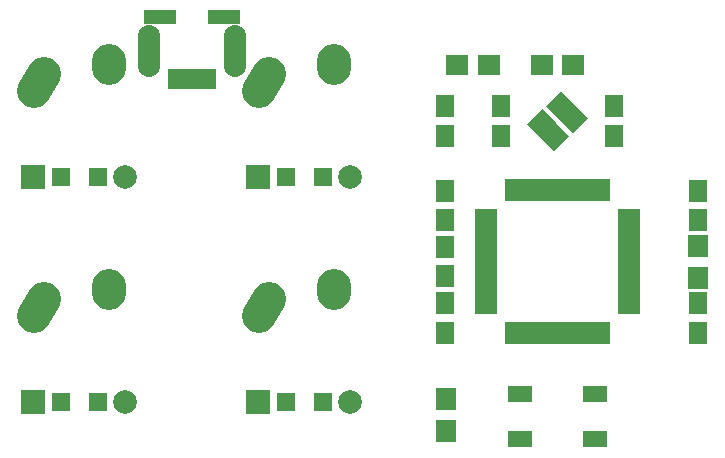
<source format=gbs>
G04 #@! TF.FileFunction,Soldermask,Bot*
%FSLAX46Y46*%
G04 Gerber Fmt 4.6, Leading zero omitted, Abs format (unit mm)*
G04 Created by KiCad (PCBNEW 4.0.7-e2-6376~58~ubuntu16.04.1) date Sun Oct 15 00:03:39 2017*
%MOMM*%
%LPD*%
G01*
G04 APERTURE LIST*
%ADD10C,0.100000*%
%ADD11R,1.650000X1.900000*%
%ADD12R,1.600000X1.600000*%
%ADD13R,2.000000X2.000000*%
%ADD14C,2.000000*%
%ADD15R,2.750000X1.200000*%
%ADD16R,0.900000X1.800000*%
%ADD17O,1.900000X4.400000*%
%ADD18C,2.900000*%
%ADD19R,1.700000X1.900000*%
%ADD20R,1.900000X1.700000*%
%ADD21R,2.100000X1.400000*%
%ADD22R,1.900000X0.920000*%
%ADD23R,0.920000X1.900000*%
G04 APERTURE END LIST*
D10*
D11*
X85725000Y-96381250D03*
X85725000Y-98881250D03*
X76200000Y-96381250D03*
X76200000Y-98881250D03*
X92868750Y-113050000D03*
X92868750Y-115550000D03*
X92868750Y-103525000D03*
X92868750Y-106025000D03*
X71437500Y-106025000D03*
X71437500Y-103525000D03*
X71437500Y-98881250D03*
X71437500Y-96381250D03*
X71437500Y-115550000D03*
X71437500Y-113050000D03*
X71437500Y-110787500D03*
X71437500Y-108287500D03*
D12*
X42056250Y-102393750D03*
X38906250Y-102393750D03*
D13*
X36581250Y-102393750D03*
D14*
X44381250Y-102393750D03*
D12*
X42056250Y-121443750D03*
X38906250Y-121443750D03*
D13*
X36581250Y-121443750D03*
D14*
X44381250Y-121443750D03*
D12*
X61106250Y-102393750D03*
X57956250Y-102393750D03*
D13*
X55631250Y-102393750D03*
D14*
X63431250Y-102393750D03*
D12*
X61106250Y-121443750D03*
X57956250Y-121443750D03*
D13*
X55631250Y-121443750D03*
D14*
X63431250Y-121443750D03*
D15*
X52681250Y-88859375D03*
X47331250Y-88859375D03*
D16*
X48406250Y-94059375D03*
X49206250Y-94059375D03*
X50006250Y-94059375D03*
X50806250Y-94059375D03*
X51606250Y-94059375D03*
D17*
X46356250Y-91659375D03*
X53656250Y-91659375D03*
D18*
X37481703Y-93631296D02*
X36670797Y-95091204D01*
X43020974Y-92551922D02*
X42981526Y-93130578D01*
X37481703Y-112681296D02*
X36670797Y-114141204D01*
X43020974Y-111601922D02*
X42981526Y-112180578D01*
X56531703Y-93631296D02*
X55720797Y-95091204D01*
X62070974Y-92551922D02*
X62031526Y-93130578D01*
X56531703Y-112681296D02*
X55720797Y-114141204D01*
X62070974Y-111601922D02*
X62031526Y-112180578D01*
D19*
X71500000Y-123850000D03*
X71500000Y-121150000D03*
X92868750Y-110887500D03*
X92868750Y-108187500D03*
D20*
X72468750Y-92868750D03*
X75168750Y-92868750D03*
X79612500Y-92868750D03*
X82312500Y-92868750D03*
D21*
X77812500Y-124534375D03*
X84112500Y-124534375D03*
X77812500Y-120734375D03*
X84112500Y-120734375D03*
D22*
X74912500Y-113537500D03*
X74912500Y-112737500D03*
X74912500Y-111937500D03*
X74912500Y-111137500D03*
X74912500Y-110337500D03*
X74912500Y-109537500D03*
X74912500Y-108737500D03*
X74912500Y-107937500D03*
X74912500Y-107137500D03*
X74912500Y-106337500D03*
X74912500Y-105537500D03*
D23*
X76962500Y-103487500D03*
X77762500Y-103487500D03*
X78562500Y-103487500D03*
X79362500Y-103487500D03*
X80162500Y-103487500D03*
X80962500Y-103487500D03*
X81762500Y-103487500D03*
X82562500Y-103487500D03*
X83362500Y-103487500D03*
X84162500Y-103487500D03*
X84962500Y-103487500D03*
D22*
X87012500Y-105537500D03*
X87012500Y-106337500D03*
X87012500Y-107137500D03*
X87012500Y-107937500D03*
X87012500Y-108737500D03*
X87012500Y-109537500D03*
X87012500Y-110337500D03*
X87012500Y-111137500D03*
X87012500Y-111937500D03*
X87012500Y-112737500D03*
X87012500Y-113537500D03*
D23*
X84962500Y-115587500D03*
X84162500Y-115587500D03*
X83362500Y-115587500D03*
X82562500Y-115587500D03*
X81762500Y-115587500D03*
X80962500Y-115587500D03*
X80162500Y-115587500D03*
X79362500Y-115587500D03*
X78562500Y-115587500D03*
X77762500Y-115587500D03*
X76962500Y-115587500D03*
D10*
G36*
X82376714Y-96217036D02*
X83508085Y-97348407D01*
X82235292Y-98621200D01*
X81103921Y-97489829D01*
X82376714Y-96217036D01*
X82376714Y-96217036D01*
G37*
G36*
X80821079Y-97772671D02*
X81952450Y-98904042D01*
X80679657Y-100176835D01*
X79548286Y-99045464D01*
X80821079Y-97772671D01*
X80821079Y-97772671D01*
G37*
G36*
X81245343Y-95085665D02*
X82376714Y-96217036D01*
X81103921Y-97489829D01*
X79972550Y-96358458D01*
X81245343Y-95085665D01*
X81245343Y-95085665D01*
G37*
G36*
X79689708Y-96641300D02*
X80821079Y-97772671D01*
X79548286Y-99045464D01*
X78416915Y-97914093D01*
X79689708Y-96641300D01*
X79689708Y-96641300D01*
G37*
M02*

</source>
